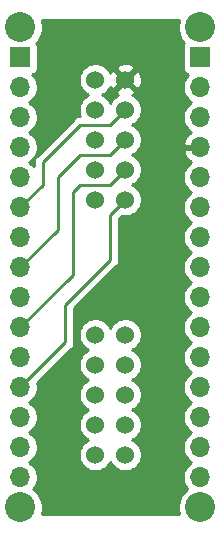
<source format=gbr>
G04 #@! TF.GenerationSoftware,KiCad,Pcbnew,(5.1.5)-3*
G04 #@! TF.CreationDate,2020-04-07T10:53:57-04:00*
G04 #@! TF.ProjectId,Nano_Adapter,4e616e6f-5f41-4646-9170-7465722e6b69,rev?*
G04 #@! TF.SameCoordinates,Original*
G04 #@! TF.FileFunction,Copper,L2,Bot*
G04 #@! TF.FilePolarity,Positive*
%FSLAX46Y46*%
G04 Gerber Fmt 4.6, Leading zero omitted, Abs format (unit mm)*
G04 Created by KiCad (PCBNEW (5.1.5)-3) date 2020-04-07 10:53:57*
%MOMM*%
%LPD*%
G04 APERTURE LIST*
%ADD10C,1.524000*%
%ADD11O,1.700000X1.700000*%
%ADD12R,1.700000X1.700000*%
%ADD13C,2.540000*%
%ADD14C,0.250000*%
%ADD15C,0.254000*%
G04 APERTURE END LIST*
D10*
X148336000Y-94742000D03*
X145796000Y-94742000D03*
X148336000Y-97282000D03*
X145796000Y-97282000D03*
X148336000Y-99822000D03*
X145796000Y-99822000D03*
X148336000Y-102362000D03*
X145796000Y-102362000D03*
X148336000Y-104902000D03*
X145796000Y-104902000D03*
D11*
X154686000Y-106807000D03*
X154686000Y-104267000D03*
X154686000Y-101727000D03*
X154686000Y-99187000D03*
X154686000Y-96647000D03*
X154686000Y-94107000D03*
X154686000Y-91567000D03*
X154686000Y-89027000D03*
X154686000Y-86487000D03*
X154686000Y-83947000D03*
X154686000Y-81407000D03*
X154686000Y-78867000D03*
X154686000Y-76327000D03*
X154686000Y-73787000D03*
D12*
X154686000Y-71247000D03*
D11*
X139446000Y-106807000D03*
X139446000Y-104267000D03*
X139446000Y-101727000D03*
X139446000Y-99187000D03*
X139446000Y-96647000D03*
X139446000Y-94107000D03*
X139446000Y-91567000D03*
X139446000Y-89027000D03*
X139446000Y-86487000D03*
X139446000Y-83947000D03*
X139446000Y-81407000D03*
X139446000Y-78867000D03*
X139446000Y-76327000D03*
X139446000Y-73787000D03*
D12*
X139446000Y-71247000D03*
D10*
X148336000Y-73152000D03*
X145796000Y-73152000D03*
X148336000Y-75692000D03*
X145796000Y-75692000D03*
X148336000Y-78232000D03*
X145796000Y-78232000D03*
X148336000Y-80772000D03*
X145796000Y-80772000D03*
X148336000Y-83312000D03*
X145796000Y-83312000D03*
D13*
X139446000Y-68707000D03*
X139446000Y-109347000D03*
X154686000Y-109347000D03*
X154686000Y-68707000D03*
D14*
X139446000Y-83947000D02*
X141351000Y-82042000D01*
X141351000Y-82042000D02*
X141351000Y-80137000D01*
X141351000Y-80137000D02*
X144526000Y-76962000D01*
X147066000Y-76962000D02*
X148336000Y-75692000D01*
X144526000Y-76962000D02*
X147066000Y-76962000D01*
X139446000Y-89027000D02*
X142621000Y-85852000D01*
X142621000Y-85852000D02*
X142621000Y-81407000D01*
X142621000Y-81407000D02*
X144526000Y-79502000D01*
X147066000Y-79502000D02*
X148336000Y-78232000D01*
X144526000Y-79502000D02*
X147066000Y-79502000D01*
X139446000Y-94107000D02*
X143891000Y-89662000D01*
X143891000Y-89662000D02*
X143891000Y-82677000D01*
X143891000Y-82677000D02*
X144526000Y-82042000D01*
X147066000Y-82042000D02*
X148336000Y-80772000D01*
X144526000Y-82042000D02*
X147066000Y-82042000D01*
X147066000Y-84582000D02*
X148336000Y-83312000D01*
X147066000Y-88392000D02*
X147066000Y-84582000D01*
X143256000Y-92202000D02*
X147066000Y-88392000D01*
X139446000Y-99187000D02*
X143256000Y-95377000D01*
X143256000Y-95377000D02*
X143256000Y-92202000D01*
D15*
G36*
X152854209Y-68151332D02*
G01*
X152781000Y-68519374D01*
X152781000Y-68894626D01*
X152854209Y-69262668D01*
X152997811Y-69609356D01*
X153206290Y-69921366D01*
X153315365Y-70030441D01*
X153305463Y-70042506D01*
X153246498Y-70152820D01*
X153210188Y-70272518D01*
X153197928Y-70397000D01*
X153197928Y-72097000D01*
X153210188Y-72221482D01*
X153246498Y-72341180D01*
X153305463Y-72451494D01*
X153384815Y-72548185D01*
X153481506Y-72627537D01*
X153591820Y-72686502D01*
X153664380Y-72708513D01*
X153532525Y-72840368D01*
X153370010Y-73083589D01*
X153258068Y-73353842D01*
X153201000Y-73640740D01*
X153201000Y-73933260D01*
X153258068Y-74220158D01*
X153370010Y-74490411D01*
X153532525Y-74733632D01*
X153739368Y-74940475D01*
X153913760Y-75057000D01*
X153739368Y-75173525D01*
X153532525Y-75380368D01*
X153370010Y-75623589D01*
X153258068Y-75893842D01*
X153201000Y-76180740D01*
X153201000Y-76473260D01*
X153258068Y-76760158D01*
X153370010Y-77030411D01*
X153532525Y-77273632D01*
X153739368Y-77480475D01*
X153921534Y-77602195D01*
X153804645Y-77671822D01*
X153588412Y-77866731D01*
X153414359Y-78100080D01*
X153289175Y-78362901D01*
X153244524Y-78510110D01*
X153365845Y-78740000D01*
X154559000Y-78740000D01*
X154559000Y-78720000D01*
X154813000Y-78720000D01*
X154813000Y-78740000D01*
X154833000Y-78740000D01*
X154833000Y-78994000D01*
X154813000Y-78994000D01*
X154813000Y-79014000D01*
X154559000Y-79014000D01*
X154559000Y-78994000D01*
X153365845Y-78994000D01*
X153244524Y-79223890D01*
X153289175Y-79371099D01*
X153414359Y-79633920D01*
X153588412Y-79867269D01*
X153804645Y-80062178D01*
X153921534Y-80131805D01*
X153739368Y-80253525D01*
X153532525Y-80460368D01*
X153370010Y-80703589D01*
X153258068Y-80973842D01*
X153201000Y-81260740D01*
X153201000Y-81553260D01*
X153258068Y-81840158D01*
X153370010Y-82110411D01*
X153532525Y-82353632D01*
X153739368Y-82560475D01*
X153913760Y-82677000D01*
X153739368Y-82793525D01*
X153532525Y-83000368D01*
X153370010Y-83243589D01*
X153258068Y-83513842D01*
X153201000Y-83800740D01*
X153201000Y-84093260D01*
X153258068Y-84380158D01*
X153370010Y-84650411D01*
X153532525Y-84893632D01*
X153739368Y-85100475D01*
X153913760Y-85217000D01*
X153739368Y-85333525D01*
X153532525Y-85540368D01*
X153370010Y-85783589D01*
X153258068Y-86053842D01*
X153201000Y-86340740D01*
X153201000Y-86633260D01*
X153258068Y-86920158D01*
X153370010Y-87190411D01*
X153532525Y-87433632D01*
X153739368Y-87640475D01*
X153913760Y-87757000D01*
X153739368Y-87873525D01*
X153532525Y-88080368D01*
X153370010Y-88323589D01*
X153258068Y-88593842D01*
X153201000Y-88880740D01*
X153201000Y-89173260D01*
X153258068Y-89460158D01*
X153370010Y-89730411D01*
X153532525Y-89973632D01*
X153739368Y-90180475D01*
X153913760Y-90297000D01*
X153739368Y-90413525D01*
X153532525Y-90620368D01*
X153370010Y-90863589D01*
X153258068Y-91133842D01*
X153201000Y-91420740D01*
X153201000Y-91713260D01*
X153258068Y-92000158D01*
X153370010Y-92270411D01*
X153532525Y-92513632D01*
X153739368Y-92720475D01*
X153913760Y-92837000D01*
X153739368Y-92953525D01*
X153532525Y-93160368D01*
X153370010Y-93403589D01*
X153258068Y-93673842D01*
X153201000Y-93960740D01*
X153201000Y-94253260D01*
X153258068Y-94540158D01*
X153370010Y-94810411D01*
X153532525Y-95053632D01*
X153739368Y-95260475D01*
X153913760Y-95377000D01*
X153739368Y-95493525D01*
X153532525Y-95700368D01*
X153370010Y-95943589D01*
X153258068Y-96213842D01*
X153201000Y-96500740D01*
X153201000Y-96793260D01*
X153258068Y-97080158D01*
X153370010Y-97350411D01*
X153532525Y-97593632D01*
X153739368Y-97800475D01*
X153913760Y-97917000D01*
X153739368Y-98033525D01*
X153532525Y-98240368D01*
X153370010Y-98483589D01*
X153258068Y-98753842D01*
X153201000Y-99040740D01*
X153201000Y-99333260D01*
X153258068Y-99620158D01*
X153370010Y-99890411D01*
X153532525Y-100133632D01*
X153739368Y-100340475D01*
X153913760Y-100457000D01*
X153739368Y-100573525D01*
X153532525Y-100780368D01*
X153370010Y-101023589D01*
X153258068Y-101293842D01*
X153201000Y-101580740D01*
X153201000Y-101873260D01*
X153258068Y-102160158D01*
X153370010Y-102430411D01*
X153532525Y-102673632D01*
X153739368Y-102880475D01*
X153913760Y-102997000D01*
X153739368Y-103113525D01*
X153532525Y-103320368D01*
X153370010Y-103563589D01*
X153258068Y-103833842D01*
X153201000Y-104120740D01*
X153201000Y-104413260D01*
X153258068Y-104700158D01*
X153370010Y-104970411D01*
X153532525Y-105213632D01*
X153739368Y-105420475D01*
X153913760Y-105537000D01*
X153739368Y-105653525D01*
X153532525Y-105860368D01*
X153370010Y-106103589D01*
X153258068Y-106373842D01*
X153201000Y-106660740D01*
X153201000Y-106953260D01*
X153258068Y-107240158D01*
X153370010Y-107510411D01*
X153532525Y-107753632D01*
X153576268Y-107797375D01*
X153471634Y-107867290D01*
X153206290Y-108132634D01*
X152997811Y-108444644D01*
X152854209Y-108791332D01*
X152781000Y-109159374D01*
X152781000Y-109534626D01*
X152854209Y-109902668D01*
X152866359Y-109932000D01*
X141265641Y-109932000D01*
X141277791Y-109902668D01*
X141351000Y-109534626D01*
X141351000Y-109159374D01*
X141277791Y-108791332D01*
X141134189Y-108444644D01*
X140925710Y-108132634D01*
X140660366Y-107867290D01*
X140555732Y-107797375D01*
X140599475Y-107753632D01*
X140761990Y-107510411D01*
X140873932Y-107240158D01*
X140931000Y-106953260D01*
X140931000Y-106660740D01*
X140873932Y-106373842D01*
X140761990Y-106103589D01*
X140599475Y-105860368D01*
X140392632Y-105653525D01*
X140218240Y-105537000D01*
X140392632Y-105420475D01*
X140599475Y-105213632D01*
X140761990Y-104970411D01*
X140873932Y-104700158D01*
X140931000Y-104413260D01*
X140931000Y-104120740D01*
X140873932Y-103833842D01*
X140761990Y-103563589D01*
X140599475Y-103320368D01*
X140392632Y-103113525D01*
X140218240Y-102997000D01*
X140392632Y-102880475D01*
X140599475Y-102673632D01*
X140761990Y-102430411D01*
X140873932Y-102160158D01*
X140931000Y-101873260D01*
X140931000Y-101580740D01*
X140873932Y-101293842D01*
X140761990Y-101023589D01*
X140599475Y-100780368D01*
X140392632Y-100573525D01*
X140218240Y-100457000D01*
X140392632Y-100340475D01*
X140599475Y-100133632D01*
X140761990Y-99890411D01*
X140873932Y-99620158D01*
X140931000Y-99333260D01*
X140931000Y-99040740D01*
X140887209Y-98820592D01*
X143767004Y-95940798D01*
X143796001Y-95917001D01*
X143890974Y-95801276D01*
X143961546Y-95669247D01*
X144005003Y-95525986D01*
X144016000Y-95414333D01*
X144016000Y-95414325D01*
X144019676Y-95377000D01*
X144016000Y-95339675D01*
X144016000Y-94604408D01*
X144399000Y-94604408D01*
X144399000Y-94879592D01*
X144452686Y-95149490D01*
X144557995Y-95403727D01*
X144710880Y-95632535D01*
X144905465Y-95827120D01*
X145134273Y-95980005D01*
X145211515Y-96012000D01*
X145134273Y-96043995D01*
X144905465Y-96196880D01*
X144710880Y-96391465D01*
X144557995Y-96620273D01*
X144452686Y-96874510D01*
X144399000Y-97144408D01*
X144399000Y-97419592D01*
X144452686Y-97689490D01*
X144557995Y-97943727D01*
X144710880Y-98172535D01*
X144905465Y-98367120D01*
X145134273Y-98520005D01*
X145211515Y-98552000D01*
X145134273Y-98583995D01*
X144905465Y-98736880D01*
X144710880Y-98931465D01*
X144557995Y-99160273D01*
X144452686Y-99414510D01*
X144399000Y-99684408D01*
X144399000Y-99959592D01*
X144452686Y-100229490D01*
X144557995Y-100483727D01*
X144710880Y-100712535D01*
X144905465Y-100907120D01*
X145134273Y-101060005D01*
X145211515Y-101092000D01*
X145134273Y-101123995D01*
X144905465Y-101276880D01*
X144710880Y-101471465D01*
X144557995Y-101700273D01*
X144452686Y-101954510D01*
X144399000Y-102224408D01*
X144399000Y-102499592D01*
X144452686Y-102769490D01*
X144557995Y-103023727D01*
X144710880Y-103252535D01*
X144905465Y-103447120D01*
X145134273Y-103600005D01*
X145211515Y-103632000D01*
X145134273Y-103663995D01*
X144905465Y-103816880D01*
X144710880Y-104011465D01*
X144557995Y-104240273D01*
X144452686Y-104494510D01*
X144399000Y-104764408D01*
X144399000Y-105039592D01*
X144452686Y-105309490D01*
X144557995Y-105563727D01*
X144710880Y-105792535D01*
X144905465Y-105987120D01*
X145134273Y-106140005D01*
X145388510Y-106245314D01*
X145658408Y-106299000D01*
X145933592Y-106299000D01*
X146203490Y-106245314D01*
X146457727Y-106140005D01*
X146686535Y-105987120D01*
X146881120Y-105792535D01*
X147034005Y-105563727D01*
X147066000Y-105486485D01*
X147097995Y-105563727D01*
X147250880Y-105792535D01*
X147445465Y-105987120D01*
X147674273Y-106140005D01*
X147928510Y-106245314D01*
X148198408Y-106299000D01*
X148473592Y-106299000D01*
X148743490Y-106245314D01*
X148997727Y-106140005D01*
X149226535Y-105987120D01*
X149421120Y-105792535D01*
X149574005Y-105563727D01*
X149679314Y-105309490D01*
X149733000Y-105039592D01*
X149733000Y-104764408D01*
X149679314Y-104494510D01*
X149574005Y-104240273D01*
X149421120Y-104011465D01*
X149226535Y-103816880D01*
X148997727Y-103663995D01*
X148920485Y-103632000D01*
X148997727Y-103600005D01*
X149226535Y-103447120D01*
X149421120Y-103252535D01*
X149574005Y-103023727D01*
X149679314Y-102769490D01*
X149733000Y-102499592D01*
X149733000Y-102224408D01*
X149679314Y-101954510D01*
X149574005Y-101700273D01*
X149421120Y-101471465D01*
X149226535Y-101276880D01*
X148997727Y-101123995D01*
X148920485Y-101092000D01*
X148997727Y-101060005D01*
X149226535Y-100907120D01*
X149421120Y-100712535D01*
X149574005Y-100483727D01*
X149679314Y-100229490D01*
X149733000Y-99959592D01*
X149733000Y-99684408D01*
X149679314Y-99414510D01*
X149574005Y-99160273D01*
X149421120Y-98931465D01*
X149226535Y-98736880D01*
X148997727Y-98583995D01*
X148920485Y-98552000D01*
X148997727Y-98520005D01*
X149226535Y-98367120D01*
X149421120Y-98172535D01*
X149574005Y-97943727D01*
X149679314Y-97689490D01*
X149733000Y-97419592D01*
X149733000Y-97144408D01*
X149679314Y-96874510D01*
X149574005Y-96620273D01*
X149421120Y-96391465D01*
X149226535Y-96196880D01*
X148997727Y-96043995D01*
X148920485Y-96012000D01*
X148997727Y-95980005D01*
X149226535Y-95827120D01*
X149421120Y-95632535D01*
X149574005Y-95403727D01*
X149679314Y-95149490D01*
X149733000Y-94879592D01*
X149733000Y-94604408D01*
X149679314Y-94334510D01*
X149574005Y-94080273D01*
X149421120Y-93851465D01*
X149226535Y-93656880D01*
X148997727Y-93503995D01*
X148743490Y-93398686D01*
X148473592Y-93345000D01*
X148198408Y-93345000D01*
X147928510Y-93398686D01*
X147674273Y-93503995D01*
X147445465Y-93656880D01*
X147250880Y-93851465D01*
X147097995Y-94080273D01*
X147066000Y-94157515D01*
X147034005Y-94080273D01*
X146881120Y-93851465D01*
X146686535Y-93656880D01*
X146457727Y-93503995D01*
X146203490Y-93398686D01*
X145933592Y-93345000D01*
X145658408Y-93345000D01*
X145388510Y-93398686D01*
X145134273Y-93503995D01*
X144905465Y-93656880D01*
X144710880Y-93851465D01*
X144557995Y-94080273D01*
X144452686Y-94334510D01*
X144399000Y-94604408D01*
X144016000Y-94604408D01*
X144016000Y-92516801D01*
X147577004Y-88955798D01*
X147606001Y-88932001D01*
X147700974Y-88816276D01*
X147771546Y-88684247D01*
X147815003Y-88540986D01*
X147826000Y-88429333D01*
X147826000Y-88429325D01*
X147829676Y-88392000D01*
X147826000Y-88354675D01*
X147826000Y-84896801D01*
X148044430Y-84678372D01*
X148198408Y-84709000D01*
X148473592Y-84709000D01*
X148743490Y-84655314D01*
X148997727Y-84550005D01*
X149226535Y-84397120D01*
X149421120Y-84202535D01*
X149574005Y-83973727D01*
X149679314Y-83719490D01*
X149733000Y-83449592D01*
X149733000Y-83174408D01*
X149679314Y-82904510D01*
X149574005Y-82650273D01*
X149421120Y-82421465D01*
X149226535Y-82226880D01*
X148997727Y-82073995D01*
X148920485Y-82042000D01*
X148997727Y-82010005D01*
X149226535Y-81857120D01*
X149421120Y-81662535D01*
X149574005Y-81433727D01*
X149679314Y-81179490D01*
X149733000Y-80909592D01*
X149733000Y-80634408D01*
X149679314Y-80364510D01*
X149574005Y-80110273D01*
X149421120Y-79881465D01*
X149226535Y-79686880D01*
X148997727Y-79533995D01*
X148920485Y-79502000D01*
X148997727Y-79470005D01*
X149226535Y-79317120D01*
X149421120Y-79122535D01*
X149574005Y-78893727D01*
X149679314Y-78639490D01*
X149733000Y-78369592D01*
X149733000Y-78094408D01*
X149679314Y-77824510D01*
X149574005Y-77570273D01*
X149421120Y-77341465D01*
X149226535Y-77146880D01*
X148997727Y-76993995D01*
X148920485Y-76962000D01*
X148997727Y-76930005D01*
X149226535Y-76777120D01*
X149421120Y-76582535D01*
X149574005Y-76353727D01*
X149679314Y-76099490D01*
X149733000Y-75829592D01*
X149733000Y-75554408D01*
X149679314Y-75284510D01*
X149574005Y-75030273D01*
X149421120Y-74801465D01*
X149226535Y-74606880D01*
X148997727Y-74453995D01*
X148926057Y-74424308D01*
X148939023Y-74419636D01*
X149054980Y-74357656D01*
X149121960Y-74117565D01*
X148336000Y-73331605D01*
X147550040Y-74117565D01*
X147617020Y-74357656D01*
X147752760Y-74421485D01*
X147674273Y-74453995D01*
X147445465Y-74606880D01*
X147250880Y-74801465D01*
X147097995Y-75030273D01*
X147066000Y-75107515D01*
X147034005Y-75030273D01*
X146881120Y-74801465D01*
X146686535Y-74606880D01*
X146457727Y-74453995D01*
X146380485Y-74422000D01*
X146457727Y-74390005D01*
X146686535Y-74237120D01*
X146881120Y-74042535D01*
X147034005Y-73813727D01*
X147063692Y-73742057D01*
X147068364Y-73755023D01*
X147130344Y-73870980D01*
X147370435Y-73937960D01*
X148156395Y-73152000D01*
X148515605Y-73152000D01*
X149301565Y-73937960D01*
X149541656Y-73870980D01*
X149658756Y-73621952D01*
X149725023Y-73354865D01*
X149737910Y-73079983D01*
X149696922Y-72807867D01*
X149603636Y-72548977D01*
X149541656Y-72433020D01*
X149301565Y-72366040D01*
X148515605Y-73152000D01*
X148156395Y-73152000D01*
X147370435Y-72366040D01*
X147130344Y-72433020D01*
X147066515Y-72568760D01*
X147034005Y-72490273D01*
X146881120Y-72261465D01*
X146806090Y-72186435D01*
X147550040Y-72186435D01*
X148336000Y-72972395D01*
X149121960Y-72186435D01*
X149054980Y-71946344D01*
X148805952Y-71829244D01*
X148538865Y-71762977D01*
X148263983Y-71750090D01*
X147991867Y-71791078D01*
X147732977Y-71884364D01*
X147617020Y-71946344D01*
X147550040Y-72186435D01*
X146806090Y-72186435D01*
X146686535Y-72066880D01*
X146457727Y-71913995D01*
X146203490Y-71808686D01*
X145933592Y-71755000D01*
X145658408Y-71755000D01*
X145388510Y-71808686D01*
X145134273Y-71913995D01*
X144905465Y-72066880D01*
X144710880Y-72261465D01*
X144557995Y-72490273D01*
X144452686Y-72744510D01*
X144399000Y-73014408D01*
X144399000Y-73289592D01*
X144452686Y-73559490D01*
X144557995Y-73813727D01*
X144710880Y-74042535D01*
X144905465Y-74237120D01*
X145134273Y-74390005D01*
X145211515Y-74422000D01*
X145134273Y-74453995D01*
X144905465Y-74606880D01*
X144710880Y-74801465D01*
X144557995Y-75030273D01*
X144452686Y-75284510D01*
X144399000Y-75554408D01*
X144399000Y-75829592D01*
X144452686Y-76099490D01*
X144494894Y-76201388D01*
X144488676Y-76202000D01*
X144488667Y-76202000D01*
X144377014Y-76212997D01*
X144233753Y-76256454D01*
X144101723Y-76327026D01*
X144018083Y-76395668D01*
X143985999Y-76421999D01*
X143962201Y-76450997D01*
X140839998Y-79573201D01*
X140811000Y-79596999D01*
X140787202Y-79625997D01*
X140787201Y-79625998D01*
X140716026Y-79712724D01*
X140645454Y-79844754D01*
X140601998Y-79988015D01*
X140587324Y-80137000D01*
X140591001Y-80174332D01*
X140591001Y-80451894D01*
X140392632Y-80253525D01*
X140218240Y-80137000D01*
X140392632Y-80020475D01*
X140599475Y-79813632D01*
X140761990Y-79570411D01*
X140873932Y-79300158D01*
X140931000Y-79013260D01*
X140931000Y-78720740D01*
X140873932Y-78433842D01*
X140761990Y-78163589D01*
X140599475Y-77920368D01*
X140392632Y-77713525D01*
X140218240Y-77597000D01*
X140392632Y-77480475D01*
X140599475Y-77273632D01*
X140761990Y-77030411D01*
X140873932Y-76760158D01*
X140931000Y-76473260D01*
X140931000Y-76180740D01*
X140873932Y-75893842D01*
X140761990Y-75623589D01*
X140599475Y-75380368D01*
X140392632Y-75173525D01*
X140218240Y-75057000D01*
X140392632Y-74940475D01*
X140599475Y-74733632D01*
X140761990Y-74490411D01*
X140873932Y-74220158D01*
X140931000Y-73933260D01*
X140931000Y-73640740D01*
X140873932Y-73353842D01*
X140761990Y-73083589D01*
X140599475Y-72840368D01*
X140467620Y-72708513D01*
X140540180Y-72686502D01*
X140650494Y-72627537D01*
X140747185Y-72548185D01*
X140826537Y-72451494D01*
X140885502Y-72341180D01*
X140921812Y-72221482D01*
X140934072Y-72097000D01*
X140934072Y-70397000D01*
X140921812Y-70272518D01*
X140885502Y-70152820D01*
X140826537Y-70042506D01*
X140816635Y-70030441D01*
X140925710Y-69921366D01*
X141134189Y-69609356D01*
X141277791Y-69262668D01*
X141351000Y-68894626D01*
X141351000Y-68519374D01*
X141277791Y-68151332D01*
X141265641Y-68122000D01*
X152866359Y-68122000D01*
X152854209Y-68151332D01*
G37*
X152854209Y-68151332D02*
X152781000Y-68519374D01*
X152781000Y-68894626D01*
X152854209Y-69262668D01*
X152997811Y-69609356D01*
X153206290Y-69921366D01*
X153315365Y-70030441D01*
X153305463Y-70042506D01*
X153246498Y-70152820D01*
X153210188Y-70272518D01*
X153197928Y-70397000D01*
X153197928Y-72097000D01*
X153210188Y-72221482D01*
X153246498Y-72341180D01*
X153305463Y-72451494D01*
X153384815Y-72548185D01*
X153481506Y-72627537D01*
X153591820Y-72686502D01*
X153664380Y-72708513D01*
X153532525Y-72840368D01*
X153370010Y-73083589D01*
X153258068Y-73353842D01*
X153201000Y-73640740D01*
X153201000Y-73933260D01*
X153258068Y-74220158D01*
X153370010Y-74490411D01*
X153532525Y-74733632D01*
X153739368Y-74940475D01*
X153913760Y-75057000D01*
X153739368Y-75173525D01*
X153532525Y-75380368D01*
X153370010Y-75623589D01*
X153258068Y-75893842D01*
X153201000Y-76180740D01*
X153201000Y-76473260D01*
X153258068Y-76760158D01*
X153370010Y-77030411D01*
X153532525Y-77273632D01*
X153739368Y-77480475D01*
X153921534Y-77602195D01*
X153804645Y-77671822D01*
X153588412Y-77866731D01*
X153414359Y-78100080D01*
X153289175Y-78362901D01*
X153244524Y-78510110D01*
X153365845Y-78740000D01*
X154559000Y-78740000D01*
X154559000Y-78720000D01*
X154813000Y-78720000D01*
X154813000Y-78740000D01*
X154833000Y-78740000D01*
X154833000Y-78994000D01*
X154813000Y-78994000D01*
X154813000Y-79014000D01*
X154559000Y-79014000D01*
X154559000Y-78994000D01*
X153365845Y-78994000D01*
X153244524Y-79223890D01*
X153289175Y-79371099D01*
X153414359Y-79633920D01*
X153588412Y-79867269D01*
X153804645Y-80062178D01*
X153921534Y-80131805D01*
X153739368Y-80253525D01*
X153532525Y-80460368D01*
X153370010Y-80703589D01*
X153258068Y-80973842D01*
X153201000Y-81260740D01*
X153201000Y-81553260D01*
X153258068Y-81840158D01*
X153370010Y-82110411D01*
X153532525Y-82353632D01*
X153739368Y-82560475D01*
X153913760Y-82677000D01*
X153739368Y-82793525D01*
X153532525Y-83000368D01*
X153370010Y-83243589D01*
X153258068Y-83513842D01*
X153201000Y-83800740D01*
X153201000Y-84093260D01*
X153258068Y-84380158D01*
X153370010Y-84650411D01*
X153532525Y-84893632D01*
X153739368Y-85100475D01*
X153913760Y-85217000D01*
X153739368Y-85333525D01*
X153532525Y-85540368D01*
X153370010Y-85783589D01*
X153258068Y-86053842D01*
X153201000Y-86340740D01*
X153201000Y-86633260D01*
X153258068Y-86920158D01*
X153370010Y-87190411D01*
X153532525Y-87433632D01*
X153739368Y-87640475D01*
X153913760Y-87757000D01*
X153739368Y-87873525D01*
X153532525Y-88080368D01*
X153370010Y-88323589D01*
X153258068Y-88593842D01*
X153201000Y-88880740D01*
X153201000Y-89173260D01*
X153258068Y-89460158D01*
X153370010Y-89730411D01*
X153532525Y-89973632D01*
X153739368Y-90180475D01*
X153913760Y-90297000D01*
X153739368Y-90413525D01*
X153532525Y-90620368D01*
X153370010Y-90863589D01*
X153258068Y-91133842D01*
X153201000Y-91420740D01*
X153201000Y-91713260D01*
X153258068Y-92000158D01*
X153370010Y-92270411D01*
X153532525Y-92513632D01*
X153739368Y-92720475D01*
X153913760Y-92837000D01*
X153739368Y-92953525D01*
X153532525Y-93160368D01*
X153370010Y-93403589D01*
X153258068Y-93673842D01*
X153201000Y-93960740D01*
X153201000Y-94253260D01*
X153258068Y-94540158D01*
X153370010Y-94810411D01*
X153532525Y-95053632D01*
X153739368Y-95260475D01*
X153913760Y-95377000D01*
X153739368Y-95493525D01*
X153532525Y-95700368D01*
X153370010Y-95943589D01*
X153258068Y-96213842D01*
X153201000Y-96500740D01*
X153201000Y-96793260D01*
X153258068Y-97080158D01*
X153370010Y-97350411D01*
X153532525Y-97593632D01*
X153739368Y-97800475D01*
X153913760Y-97917000D01*
X153739368Y-98033525D01*
X153532525Y-98240368D01*
X153370010Y-98483589D01*
X153258068Y-98753842D01*
X153201000Y-99040740D01*
X153201000Y-99333260D01*
X153258068Y-99620158D01*
X153370010Y-99890411D01*
X153532525Y-100133632D01*
X153739368Y-100340475D01*
X153913760Y-100457000D01*
X153739368Y-100573525D01*
X153532525Y-100780368D01*
X153370010Y-101023589D01*
X153258068Y-101293842D01*
X153201000Y-101580740D01*
X153201000Y-101873260D01*
X153258068Y-102160158D01*
X153370010Y-102430411D01*
X153532525Y-102673632D01*
X153739368Y-102880475D01*
X153913760Y-102997000D01*
X153739368Y-103113525D01*
X153532525Y-103320368D01*
X153370010Y-103563589D01*
X153258068Y-103833842D01*
X153201000Y-104120740D01*
X153201000Y-104413260D01*
X153258068Y-104700158D01*
X153370010Y-104970411D01*
X153532525Y-105213632D01*
X153739368Y-105420475D01*
X153913760Y-105537000D01*
X153739368Y-105653525D01*
X153532525Y-105860368D01*
X153370010Y-106103589D01*
X153258068Y-106373842D01*
X153201000Y-106660740D01*
X153201000Y-106953260D01*
X153258068Y-107240158D01*
X153370010Y-107510411D01*
X153532525Y-107753632D01*
X153576268Y-107797375D01*
X153471634Y-107867290D01*
X153206290Y-108132634D01*
X152997811Y-108444644D01*
X152854209Y-108791332D01*
X152781000Y-109159374D01*
X152781000Y-109534626D01*
X152854209Y-109902668D01*
X152866359Y-109932000D01*
X141265641Y-109932000D01*
X141277791Y-109902668D01*
X141351000Y-109534626D01*
X141351000Y-109159374D01*
X141277791Y-108791332D01*
X141134189Y-108444644D01*
X140925710Y-108132634D01*
X140660366Y-107867290D01*
X140555732Y-107797375D01*
X140599475Y-107753632D01*
X140761990Y-107510411D01*
X140873932Y-107240158D01*
X140931000Y-106953260D01*
X140931000Y-106660740D01*
X140873932Y-106373842D01*
X140761990Y-106103589D01*
X140599475Y-105860368D01*
X140392632Y-105653525D01*
X140218240Y-105537000D01*
X140392632Y-105420475D01*
X140599475Y-105213632D01*
X140761990Y-104970411D01*
X140873932Y-104700158D01*
X140931000Y-104413260D01*
X140931000Y-104120740D01*
X140873932Y-103833842D01*
X140761990Y-103563589D01*
X140599475Y-103320368D01*
X140392632Y-103113525D01*
X140218240Y-102997000D01*
X140392632Y-102880475D01*
X140599475Y-102673632D01*
X140761990Y-102430411D01*
X140873932Y-102160158D01*
X140931000Y-101873260D01*
X140931000Y-101580740D01*
X140873932Y-101293842D01*
X140761990Y-101023589D01*
X140599475Y-100780368D01*
X140392632Y-100573525D01*
X140218240Y-100457000D01*
X140392632Y-100340475D01*
X140599475Y-100133632D01*
X140761990Y-99890411D01*
X140873932Y-99620158D01*
X140931000Y-99333260D01*
X140931000Y-99040740D01*
X140887209Y-98820592D01*
X143767004Y-95940798D01*
X143796001Y-95917001D01*
X143890974Y-95801276D01*
X143961546Y-95669247D01*
X144005003Y-95525986D01*
X144016000Y-95414333D01*
X144016000Y-95414325D01*
X144019676Y-95377000D01*
X144016000Y-95339675D01*
X144016000Y-94604408D01*
X144399000Y-94604408D01*
X144399000Y-94879592D01*
X144452686Y-95149490D01*
X144557995Y-95403727D01*
X144710880Y-95632535D01*
X144905465Y-95827120D01*
X145134273Y-95980005D01*
X145211515Y-96012000D01*
X145134273Y-96043995D01*
X144905465Y-96196880D01*
X144710880Y-96391465D01*
X144557995Y-96620273D01*
X144452686Y-96874510D01*
X144399000Y-97144408D01*
X144399000Y-97419592D01*
X144452686Y-97689490D01*
X144557995Y-97943727D01*
X144710880Y-98172535D01*
X144905465Y-98367120D01*
X145134273Y-98520005D01*
X145211515Y-98552000D01*
X145134273Y-98583995D01*
X144905465Y-98736880D01*
X144710880Y-98931465D01*
X144557995Y-99160273D01*
X144452686Y-99414510D01*
X144399000Y-99684408D01*
X144399000Y-99959592D01*
X144452686Y-100229490D01*
X144557995Y-100483727D01*
X144710880Y-100712535D01*
X144905465Y-100907120D01*
X145134273Y-101060005D01*
X145211515Y-101092000D01*
X145134273Y-101123995D01*
X144905465Y-101276880D01*
X144710880Y-101471465D01*
X144557995Y-101700273D01*
X144452686Y-101954510D01*
X144399000Y-102224408D01*
X144399000Y-102499592D01*
X144452686Y-102769490D01*
X144557995Y-103023727D01*
X144710880Y-103252535D01*
X144905465Y-103447120D01*
X145134273Y-103600005D01*
X145211515Y-103632000D01*
X145134273Y-103663995D01*
X144905465Y-103816880D01*
X144710880Y-104011465D01*
X144557995Y-104240273D01*
X144452686Y-104494510D01*
X144399000Y-104764408D01*
X144399000Y-105039592D01*
X144452686Y-105309490D01*
X144557995Y-105563727D01*
X144710880Y-105792535D01*
X144905465Y-105987120D01*
X145134273Y-106140005D01*
X145388510Y-106245314D01*
X145658408Y-106299000D01*
X145933592Y-106299000D01*
X146203490Y-106245314D01*
X146457727Y-106140005D01*
X146686535Y-105987120D01*
X146881120Y-105792535D01*
X147034005Y-105563727D01*
X147066000Y-105486485D01*
X147097995Y-105563727D01*
X147250880Y-105792535D01*
X147445465Y-105987120D01*
X147674273Y-106140005D01*
X147928510Y-106245314D01*
X148198408Y-106299000D01*
X148473592Y-106299000D01*
X148743490Y-106245314D01*
X148997727Y-106140005D01*
X149226535Y-105987120D01*
X149421120Y-105792535D01*
X149574005Y-105563727D01*
X149679314Y-105309490D01*
X149733000Y-105039592D01*
X149733000Y-104764408D01*
X149679314Y-104494510D01*
X149574005Y-104240273D01*
X149421120Y-104011465D01*
X149226535Y-103816880D01*
X148997727Y-103663995D01*
X148920485Y-103632000D01*
X148997727Y-103600005D01*
X149226535Y-103447120D01*
X149421120Y-103252535D01*
X149574005Y-103023727D01*
X149679314Y-102769490D01*
X149733000Y-102499592D01*
X149733000Y-102224408D01*
X149679314Y-101954510D01*
X149574005Y-101700273D01*
X149421120Y-101471465D01*
X149226535Y-101276880D01*
X148997727Y-101123995D01*
X148920485Y-101092000D01*
X148997727Y-101060005D01*
X149226535Y-100907120D01*
X149421120Y-100712535D01*
X149574005Y-100483727D01*
X149679314Y-100229490D01*
X149733000Y-99959592D01*
X149733000Y-99684408D01*
X149679314Y-99414510D01*
X149574005Y-99160273D01*
X149421120Y-98931465D01*
X149226535Y-98736880D01*
X148997727Y-98583995D01*
X148920485Y-98552000D01*
X148997727Y-98520005D01*
X149226535Y-98367120D01*
X149421120Y-98172535D01*
X149574005Y-97943727D01*
X149679314Y-97689490D01*
X149733000Y-97419592D01*
X149733000Y-97144408D01*
X149679314Y-96874510D01*
X149574005Y-96620273D01*
X149421120Y-96391465D01*
X149226535Y-96196880D01*
X148997727Y-96043995D01*
X148920485Y-96012000D01*
X148997727Y-95980005D01*
X149226535Y-95827120D01*
X149421120Y-95632535D01*
X149574005Y-95403727D01*
X149679314Y-95149490D01*
X149733000Y-94879592D01*
X149733000Y-94604408D01*
X149679314Y-94334510D01*
X149574005Y-94080273D01*
X149421120Y-93851465D01*
X149226535Y-93656880D01*
X148997727Y-93503995D01*
X148743490Y-93398686D01*
X148473592Y-93345000D01*
X148198408Y-93345000D01*
X147928510Y-93398686D01*
X147674273Y-93503995D01*
X147445465Y-93656880D01*
X147250880Y-93851465D01*
X147097995Y-94080273D01*
X147066000Y-94157515D01*
X147034005Y-94080273D01*
X146881120Y-93851465D01*
X146686535Y-93656880D01*
X146457727Y-93503995D01*
X146203490Y-93398686D01*
X145933592Y-93345000D01*
X145658408Y-93345000D01*
X145388510Y-93398686D01*
X145134273Y-93503995D01*
X144905465Y-93656880D01*
X144710880Y-93851465D01*
X144557995Y-94080273D01*
X144452686Y-94334510D01*
X144399000Y-94604408D01*
X144016000Y-94604408D01*
X144016000Y-92516801D01*
X147577004Y-88955798D01*
X147606001Y-88932001D01*
X147700974Y-88816276D01*
X147771546Y-88684247D01*
X147815003Y-88540986D01*
X147826000Y-88429333D01*
X147826000Y-88429325D01*
X147829676Y-88392000D01*
X147826000Y-88354675D01*
X147826000Y-84896801D01*
X148044430Y-84678372D01*
X148198408Y-84709000D01*
X148473592Y-84709000D01*
X148743490Y-84655314D01*
X148997727Y-84550005D01*
X149226535Y-84397120D01*
X149421120Y-84202535D01*
X149574005Y-83973727D01*
X149679314Y-83719490D01*
X149733000Y-83449592D01*
X149733000Y-83174408D01*
X149679314Y-82904510D01*
X149574005Y-82650273D01*
X149421120Y-82421465D01*
X149226535Y-82226880D01*
X148997727Y-82073995D01*
X148920485Y-82042000D01*
X148997727Y-82010005D01*
X149226535Y-81857120D01*
X149421120Y-81662535D01*
X149574005Y-81433727D01*
X149679314Y-81179490D01*
X149733000Y-80909592D01*
X149733000Y-80634408D01*
X149679314Y-80364510D01*
X149574005Y-80110273D01*
X149421120Y-79881465D01*
X149226535Y-79686880D01*
X148997727Y-79533995D01*
X148920485Y-79502000D01*
X148997727Y-79470005D01*
X149226535Y-79317120D01*
X149421120Y-79122535D01*
X149574005Y-78893727D01*
X149679314Y-78639490D01*
X149733000Y-78369592D01*
X149733000Y-78094408D01*
X149679314Y-77824510D01*
X149574005Y-77570273D01*
X149421120Y-77341465D01*
X149226535Y-77146880D01*
X148997727Y-76993995D01*
X148920485Y-76962000D01*
X148997727Y-76930005D01*
X149226535Y-76777120D01*
X149421120Y-76582535D01*
X149574005Y-76353727D01*
X149679314Y-76099490D01*
X149733000Y-75829592D01*
X149733000Y-75554408D01*
X149679314Y-75284510D01*
X149574005Y-75030273D01*
X149421120Y-74801465D01*
X149226535Y-74606880D01*
X148997727Y-74453995D01*
X148926057Y-74424308D01*
X148939023Y-74419636D01*
X149054980Y-74357656D01*
X149121960Y-74117565D01*
X148336000Y-73331605D01*
X147550040Y-74117565D01*
X147617020Y-74357656D01*
X147752760Y-74421485D01*
X147674273Y-74453995D01*
X147445465Y-74606880D01*
X147250880Y-74801465D01*
X147097995Y-75030273D01*
X147066000Y-75107515D01*
X147034005Y-75030273D01*
X146881120Y-74801465D01*
X146686535Y-74606880D01*
X146457727Y-74453995D01*
X146380485Y-74422000D01*
X146457727Y-74390005D01*
X146686535Y-74237120D01*
X146881120Y-74042535D01*
X147034005Y-73813727D01*
X147063692Y-73742057D01*
X147068364Y-73755023D01*
X147130344Y-73870980D01*
X147370435Y-73937960D01*
X148156395Y-73152000D01*
X148515605Y-73152000D01*
X149301565Y-73937960D01*
X149541656Y-73870980D01*
X149658756Y-73621952D01*
X149725023Y-73354865D01*
X149737910Y-73079983D01*
X149696922Y-72807867D01*
X149603636Y-72548977D01*
X149541656Y-72433020D01*
X149301565Y-72366040D01*
X148515605Y-73152000D01*
X148156395Y-73152000D01*
X147370435Y-72366040D01*
X147130344Y-72433020D01*
X147066515Y-72568760D01*
X147034005Y-72490273D01*
X146881120Y-72261465D01*
X146806090Y-72186435D01*
X147550040Y-72186435D01*
X148336000Y-72972395D01*
X149121960Y-72186435D01*
X149054980Y-71946344D01*
X148805952Y-71829244D01*
X148538865Y-71762977D01*
X148263983Y-71750090D01*
X147991867Y-71791078D01*
X147732977Y-71884364D01*
X147617020Y-71946344D01*
X147550040Y-72186435D01*
X146806090Y-72186435D01*
X146686535Y-72066880D01*
X146457727Y-71913995D01*
X146203490Y-71808686D01*
X145933592Y-71755000D01*
X145658408Y-71755000D01*
X145388510Y-71808686D01*
X145134273Y-71913995D01*
X144905465Y-72066880D01*
X144710880Y-72261465D01*
X144557995Y-72490273D01*
X144452686Y-72744510D01*
X144399000Y-73014408D01*
X144399000Y-73289592D01*
X144452686Y-73559490D01*
X144557995Y-73813727D01*
X144710880Y-74042535D01*
X144905465Y-74237120D01*
X145134273Y-74390005D01*
X145211515Y-74422000D01*
X145134273Y-74453995D01*
X144905465Y-74606880D01*
X144710880Y-74801465D01*
X144557995Y-75030273D01*
X144452686Y-75284510D01*
X144399000Y-75554408D01*
X144399000Y-75829592D01*
X144452686Y-76099490D01*
X144494894Y-76201388D01*
X144488676Y-76202000D01*
X144488667Y-76202000D01*
X144377014Y-76212997D01*
X144233753Y-76256454D01*
X144101723Y-76327026D01*
X144018083Y-76395668D01*
X143985999Y-76421999D01*
X143962201Y-76450997D01*
X140839998Y-79573201D01*
X140811000Y-79596999D01*
X140787202Y-79625997D01*
X140787201Y-79625998D01*
X140716026Y-79712724D01*
X140645454Y-79844754D01*
X140601998Y-79988015D01*
X140587324Y-80137000D01*
X140591001Y-80174332D01*
X140591001Y-80451894D01*
X140392632Y-80253525D01*
X140218240Y-80137000D01*
X140392632Y-80020475D01*
X140599475Y-79813632D01*
X140761990Y-79570411D01*
X140873932Y-79300158D01*
X140931000Y-79013260D01*
X140931000Y-78720740D01*
X140873932Y-78433842D01*
X140761990Y-78163589D01*
X140599475Y-77920368D01*
X140392632Y-77713525D01*
X140218240Y-77597000D01*
X140392632Y-77480475D01*
X140599475Y-77273632D01*
X140761990Y-77030411D01*
X140873932Y-76760158D01*
X140931000Y-76473260D01*
X140931000Y-76180740D01*
X140873932Y-75893842D01*
X140761990Y-75623589D01*
X140599475Y-75380368D01*
X140392632Y-75173525D01*
X140218240Y-75057000D01*
X140392632Y-74940475D01*
X140599475Y-74733632D01*
X140761990Y-74490411D01*
X140873932Y-74220158D01*
X140931000Y-73933260D01*
X140931000Y-73640740D01*
X140873932Y-73353842D01*
X140761990Y-73083589D01*
X140599475Y-72840368D01*
X140467620Y-72708513D01*
X140540180Y-72686502D01*
X140650494Y-72627537D01*
X140747185Y-72548185D01*
X140826537Y-72451494D01*
X140885502Y-72341180D01*
X140921812Y-72221482D01*
X140934072Y-72097000D01*
X140934072Y-70397000D01*
X140921812Y-70272518D01*
X140885502Y-70152820D01*
X140826537Y-70042506D01*
X140816635Y-70030441D01*
X140925710Y-69921366D01*
X141134189Y-69609356D01*
X141277791Y-69262668D01*
X141351000Y-68894626D01*
X141351000Y-68519374D01*
X141277791Y-68151332D01*
X141265641Y-68122000D01*
X152866359Y-68122000D01*
X152854209Y-68151332D01*
M02*

</source>
